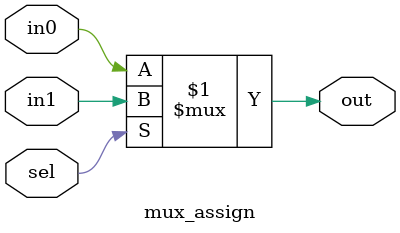
<source format=v>
module mux_assign (in0, in1, sel, out);
input in0, in1, sel;
output out;

assign out = (sel)? in1: in0;
endmodule
</source>
